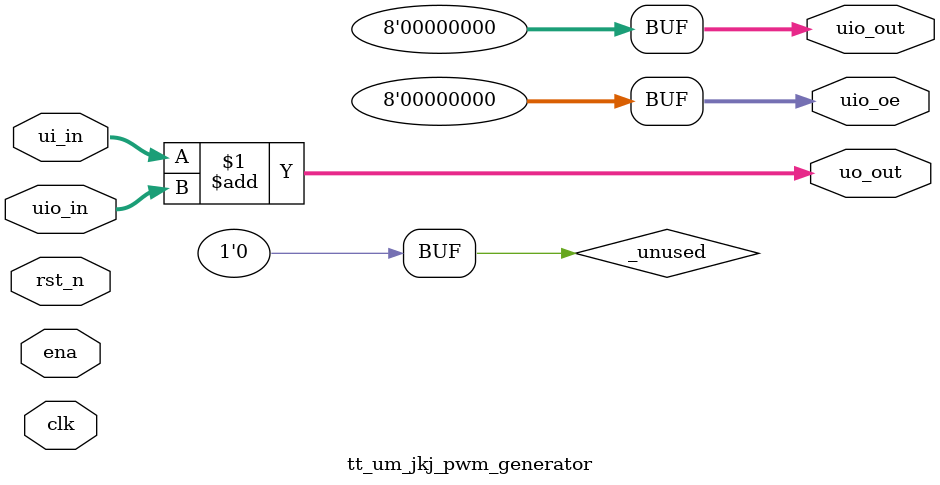
<source format=v>
/*
 * Copyright (c) 2024 Your Name
 * SPDX-License-Identifier: Apache-2.0
 */

`default_nettype none

module tt_um_jkj_pwm_generator (
    input  wire [7:0] ui_in,    // Dedicated inputs
    output wire [7:0] uo_out,   // Dedicated outputs
    input  wire [7:0] uio_in,   // IOs: Input path
    output wire [7:0] uio_out,  // IOs: Output path
    output wire [7:0] uio_oe,   // IOs: Enable path (active high: 0=input, 1=output)
    input  wire       ena,      // always 1 when the design is powered, so you can ignore it
    input  wire       clk,      // clock
    input  wire       rst_n     // reset_n - low to reset
);

  // All output pins must be assigned. If not used, assign to 0.
  assign uo_out  = ui_in + uio_in;  // Example: ou_out is the sum of ui_in and uio_in
  assign uio_out = 0;
  assign uio_oe  = 0;

  // List all unused inputs to prevent warnings
  wire _unused = &{ena, clk, rst_n, 1'b0};

endmodule

</source>
